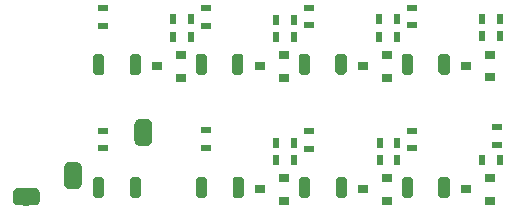
<source format=gbr>
%TF.GenerationSoftware,KiCad,Pcbnew,(5.1.10-1-10_14)*%
%TF.CreationDate,2022-01-16T00:04:22-08:00*%
%TF.ProjectId,FanExpander-kicad,46616e45-7870-4616-9e64-65722d6b6963,rev?*%
%TF.SameCoordinates,Original*%
%TF.FileFunction,Paste,Bot*%
%TF.FilePolarity,Positive*%
%FSLAX46Y46*%
G04 Gerber Fmt 4.6, Leading zero omitted, Abs format (unit mm)*
G04 Created by KiCad (PCBNEW (5.1.10-1-10_14)) date 2022-01-16 00:04:22*
%MOMM*%
%LPD*%
G01*
G04 APERTURE LIST*
%ADD10R,0.500000X1.500000*%
%ADD11C,0.100000*%
%ADD12R,1.500000X0.500000*%
%ADD13R,0.900000X0.500000*%
%ADD14R,0.500000X0.900000*%
%ADD15R,0.900000X0.800000*%
G04 APERTURE END LIST*
D10*
%TO.C,JP8*%
X48168800Y-63677800D03*
D11*
G36*
X48018800Y-64427800D02*
G01*
X47518800Y-64427800D01*
X47518800Y-64427198D01*
X47494266Y-64427198D01*
X47445435Y-64422388D01*
X47397310Y-64412816D01*
X47350355Y-64398572D01*
X47305022Y-64379795D01*
X47261749Y-64356664D01*
X47220950Y-64329404D01*
X47183021Y-64298276D01*
X47148324Y-64263579D01*
X47117196Y-64225650D01*
X47089936Y-64184851D01*
X47066805Y-64141578D01*
X47048028Y-64096245D01*
X47033784Y-64049290D01*
X47024212Y-64001165D01*
X47019402Y-63952334D01*
X47019402Y-63927800D01*
X47018800Y-63927800D01*
X47018800Y-63427800D01*
X47019402Y-63427800D01*
X47019402Y-63403266D01*
X47024212Y-63354435D01*
X47033784Y-63306310D01*
X47048028Y-63259355D01*
X47066805Y-63214022D01*
X47089936Y-63170749D01*
X47117196Y-63129950D01*
X47148324Y-63092021D01*
X47183021Y-63057324D01*
X47220950Y-63026196D01*
X47261749Y-62998936D01*
X47305022Y-62975805D01*
X47350355Y-62957028D01*
X47397310Y-62942784D01*
X47445435Y-62933212D01*
X47494266Y-62928402D01*
X47518800Y-62928402D01*
X47518800Y-62927800D01*
X48018800Y-62927800D01*
X48018800Y-64427800D01*
G37*
G36*
X48818800Y-62928402D02*
G01*
X48843334Y-62928402D01*
X48892165Y-62933212D01*
X48940290Y-62942784D01*
X48987245Y-62957028D01*
X49032578Y-62975805D01*
X49075851Y-62998936D01*
X49116650Y-63026196D01*
X49154579Y-63057324D01*
X49189276Y-63092021D01*
X49220404Y-63129950D01*
X49247664Y-63170749D01*
X49270795Y-63214022D01*
X49289572Y-63259355D01*
X49303816Y-63306310D01*
X49313388Y-63354435D01*
X49318198Y-63403266D01*
X49318198Y-63427800D01*
X49318800Y-63427800D01*
X49318800Y-63927800D01*
X49318198Y-63927800D01*
X49318198Y-63952334D01*
X49313388Y-64001165D01*
X49303816Y-64049290D01*
X49289572Y-64096245D01*
X49270795Y-64141578D01*
X49247664Y-64184851D01*
X49220404Y-64225650D01*
X49189276Y-64263579D01*
X49154579Y-64298276D01*
X49116650Y-64329404D01*
X49075851Y-64356664D01*
X49032578Y-64379795D01*
X48987245Y-64398572D01*
X48940290Y-64412816D01*
X48892165Y-64422388D01*
X48843334Y-64427198D01*
X48818800Y-64427198D01*
X48818800Y-64427800D01*
X48318800Y-64427800D01*
X48318800Y-62927800D01*
X48818800Y-62927800D01*
X48818800Y-62928402D01*
G37*
%TD*%
D12*
%TO.C,JP9*%
X58064400Y-58252600D03*
D11*
G36*
X57314400Y-58102600D02*
G01*
X57314400Y-57602600D01*
X57315002Y-57602600D01*
X57315002Y-57578066D01*
X57319812Y-57529235D01*
X57329384Y-57481110D01*
X57343628Y-57434155D01*
X57362405Y-57388822D01*
X57385536Y-57345549D01*
X57412796Y-57304750D01*
X57443924Y-57266821D01*
X57478621Y-57232124D01*
X57516550Y-57200996D01*
X57557349Y-57173736D01*
X57600622Y-57150605D01*
X57645955Y-57131828D01*
X57692910Y-57117584D01*
X57741035Y-57108012D01*
X57789866Y-57103202D01*
X57814400Y-57103202D01*
X57814400Y-57102600D01*
X58314400Y-57102600D01*
X58314400Y-57103202D01*
X58338934Y-57103202D01*
X58387765Y-57108012D01*
X58435890Y-57117584D01*
X58482845Y-57131828D01*
X58528178Y-57150605D01*
X58571451Y-57173736D01*
X58612250Y-57200996D01*
X58650179Y-57232124D01*
X58684876Y-57266821D01*
X58716004Y-57304750D01*
X58743264Y-57345549D01*
X58766395Y-57388822D01*
X58785172Y-57434155D01*
X58799416Y-57481110D01*
X58808988Y-57529235D01*
X58813798Y-57578066D01*
X58813798Y-57602600D01*
X58814400Y-57602600D01*
X58814400Y-58102600D01*
X57314400Y-58102600D01*
G37*
G36*
X58813798Y-58902600D02*
G01*
X58813798Y-58927134D01*
X58808988Y-58975965D01*
X58799416Y-59024090D01*
X58785172Y-59071045D01*
X58766395Y-59116378D01*
X58743264Y-59159651D01*
X58716004Y-59200450D01*
X58684876Y-59238379D01*
X58650179Y-59273076D01*
X58612250Y-59304204D01*
X58571451Y-59331464D01*
X58528178Y-59354595D01*
X58482845Y-59373372D01*
X58435890Y-59387616D01*
X58387765Y-59397188D01*
X58338934Y-59401998D01*
X58314400Y-59401998D01*
X58314400Y-59402600D01*
X57814400Y-59402600D01*
X57814400Y-59401998D01*
X57789866Y-59401998D01*
X57741035Y-59397188D01*
X57692910Y-59387616D01*
X57645955Y-59373372D01*
X57600622Y-59354595D01*
X57557349Y-59331464D01*
X57516550Y-59304204D01*
X57478621Y-59273076D01*
X57443924Y-59238379D01*
X57412796Y-59200450D01*
X57385536Y-59159651D01*
X57362405Y-59116378D01*
X57343628Y-59071045D01*
X57329384Y-59024090D01*
X57319812Y-58975965D01*
X57315002Y-58927134D01*
X57315002Y-58902600D01*
X57314400Y-58902600D01*
X57314400Y-58402600D01*
X58814400Y-58402600D01*
X58814400Y-58902600D01*
X58813798Y-58902600D01*
G37*
%TD*%
D12*
%TO.C,JP11*%
X52095400Y-61899800D03*
D11*
G36*
X51345400Y-61749800D02*
G01*
X51345400Y-61249800D01*
X51346002Y-61249800D01*
X51346002Y-61225266D01*
X51350812Y-61176435D01*
X51360384Y-61128310D01*
X51374628Y-61081355D01*
X51393405Y-61036022D01*
X51416536Y-60992749D01*
X51443796Y-60951950D01*
X51474924Y-60914021D01*
X51509621Y-60879324D01*
X51547550Y-60848196D01*
X51588349Y-60820936D01*
X51631622Y-60797805D01*
X51676955Y-60779028D01*
X51723910Y-60764784D01*
X51772035Y-60755212D01*
X51820866Y-60750402D01*
X51845400Y-60750402D01*
X51845400Y-60749800D01*
X52345400Y-60749800D01*
X52345400Y-60750402D01*
X52369934Y-60750402D01*
X52418765Y-60755212D01*
X52466890Y-60764784D01*
X52513845Y-60779028D01*
X52559178Y-60797805D01*
X52602451Y-60820936D01*
X52643250Y-60848196D01*
X52681179Y-60879324D01*
X52715876Y-60914021D01*
X52747004Y-60951950D01*
X52774264Y-60992749D01*
X52797395Y-61036022D01*
X52816172Y-61081355D01*
X52830416Y-61128310D01*
X52839988Y-61176435D01*
X52844798Y-61225266D01*
X52844798Y-61249800D01*
X52845400Y-61249800D01*
X52845400Y-61749800D01*
X51345400Y-61749800D01*
G37*
G36*
X52844798Y-62549800D02*
G01*
X52844798Y-62574334D01*
X52839988Y-62623165D01*
X52830416Y-62671290D01*
X52816172Y-62718245D01*
X52797395Y-62763578D01*
X52774264Y-62806851D01*
X52747004Y-62847650D01*
X52715876Y-62885579D01*
X52681179Y-62920276D01*
X52643250Y-62951404D01*
X52602451Y-62978664D01*
X52559178Y-63001795D01*
X52513845Y-63020572D01*
X52466890Y-63034816D01*
X52418765Y-63044388D01*
X52369934Y-63049198D01*
X52345400Y-63049198D01*
X52345400Y-63049800D01*
X51845400Y-63049800D01*
X51845400Y-63049198D01*
X51820866Y-63049198D01*
X51772035Y-63044388D01*
X51723910Y-63034816D01*
X51676955Y-63020572D01*
X51631622Y-63001795D01*
X51588349Y-62978664D01*
X51547550Y-62951404D01*
X51509621Y-62920276D01*
X51474924Y-62885579D01*
X51443796Y-62847650D01*
X51416536Y-62806851D01*
X51393405Y-62763578D01*
X51374628Y-62718245D01*
X51360384Y-62671290D01*
X51350812Y-62623165D01*
X51346002Y-62574334D01*
X51346002Y-62549800D01*
X51345400Y-62549800D01*
X51345400Y-62049800D01*
X52845400Y-62049800D01*
X52845400Y-62549800D01*
X52844798Y-62549800D01*
G37*
%TD*%
%TO.C,D8*%
G36*
G01*
X80890800Y-62230800D02*
X80890800Y-63600800D01*
G75*
G02*
X80700800Y-63790800I-190000J0D01*
G01*
X80130800Y-63790800D01*
G75*
G02*
X79940800Y-63600800I0J190000D01*
G01*
X79940800Y-62230800D01*
G75*
G02*
X80130800Y-62040800I190000J0D01*
G01*
X80700800Y-62040800D01*
G75*
G02*
X80890800Y-62230800I0J-190000D01*
G01*
G37*
G36*
G01*
X83990800Y-62230800D02*
X83990800Y-63600800D01*
G75*
G02*
X83800800Y-63790800I-190000J0D01*
G01*
X83230800Y-63790800D01*
G75*
G02*
X83040800Y-63600800I0J190000D01*
G01*
X83040800Y-62230800D01*
G75*
G02*
X83230800Y-62040800I190000J0D01*
G01*
X83800800Y-62040800D01*
G75*
G02*
X83990800Y-62230800I0J-190000D01*
G01*
G37*
%TD*%
%TO.C,D7*%
G36*
G01*
X72178600Y-51791400D02*
X72178600Y-53161400D01*
G75*
G02*
X71988600Y-53351400I-190000J0D01*
G01*
X71418600Y-53351400D01*
G75*
G02*
X71228600Y-53161400I0J190000D01*
G01*
X71228600Y-51791400D01*
G75*
G02*
X71418600Y-51601400I190000J0D01*
G01*
X71988600Y-51601400D01*
G75*
G02*
X72178600Y-51791400I0J-190000D01*
G01*
G37*
G36*
G01*
X75278600Y-51791400D02*
X75278600Y-53161400D01*
G75*
G02*
X75088600Y-53351400I-190000J0D01*
G01*
X74518600Y-53351400D01*
G75*
G02*
X74328600Y-53161400I0J190000D01*
G01*
X74328600Y-51791400D01*
G75*
G02*
X74518600Y-51601400I190000J0D01*
G01*
X75088600Y-51601400D01*
G75*
G02*
X75278600Y-51791400I0J-190000D01*
G01*
G37*
%TD*%
%TO.C,D6*%
G36*
G01*
X72204000Y-62230800D02*
X72204000Y-63600800D01*
G75*
G02*
X72014000Y-63790800I-190000J0D01*
G01*
X71444000Y-63790800D01*
G75*
G02*
X71254000Y-63600800I0J190000D01*
G01*
X71254000Y-62230800D01*
G75*
G02*
X71444000Y-62040800I190000J0D01*
G01*
X72014000Y-62040800D01*
G75*
G02*
X72204000Y-62230800I0J-190000D01*
G01*
G37*
G36*
G01*
X75304000Y-62230800D02*
X75304000Y-63600800D01*
G75*
G02*
X75114000Y-63790800I-190000J0D01*
G01*
X74544000Y-63790800D01*
G75*
G02*
X74354000Y-63600800I0J190000D01*
G01*
X74354000Y-62230800D01*
G75*
G02*
X74544000Y-62040800I190000J0D01*
G01*
X75114000Y-62040800D01*
G75*
G02*
X75304000Y-62230800I0J-190000D01*
G01*
G37*
%TD*%
%TO.C,D5*%
G36*
G01*
X63441600Y-51791400D02*
X63441600Y-53161400D01*
G75*
G02*
X63251600Y-53351400I-190000J0D01*
G01*
X62681600Y-53351400D01*
G75*
G02*
X62491600Y-53161400I0J190000D01*
G01*
X62491600Y-51791400D01*
G75*
G02*
X62681600Y-51601400I190000J0D01*
G01*
X63251600Y-51601400D01*
G75*
G02*
X63441600Y-51791400I0J-190000D01*
G01*
G37*
G36*
G01*
X66541600Y-51791400D02*
X66541600Y-53161400D01*
G75*
G02*
X66351600Y-53351400I-190000J0D01*
G01*
X65781600Y-53351400D01*
G75*
G02*
X65591600Y-53161400I0J190000D01*
G01*
X65591600Y-51791400D01*
G75*
G02*
X65781600Y-51601400I190000J0D01*
G01*
X66351600Y-51601400D01*
G75*
G02*
X66541600Y-51791400I0J-190000D01*
G01*
G37*
%TD*%
%TO.C,D4*%
G36*
G01*
X63466400Y-62230800D02*
X63466400Y-63600800D01*
G75*
G02*
X63276400Y-63790800I-190000J0D01*
G01*
X62706400Y-63790800D01*
G75*
G02*
X62516400Y-63600800I0J190000D01*
G01*
X62516400Y-62230800D01*
G75*
G02*
X62706400Y-62040800I190000J0D01*
G01*
X63276400Y-62040800D01*
G75*
G02*
X63466400Y-62230800I0J-190000D01*
G01*
G37*
G36*
G01*
X66566400Y-62230800D02*
X66566400Y-63600800D01*
G75*
G02*
X66376400Y-63790800I-190000J0D01*
G01*
X65806400Y-63790800D01*
G75*
G02*
X65616400Y-63600800I0J190000D01*
G01*
X65616400Y-62230800D01*
G75*
G02*
X65806400Y-62040800I190000J0D01*
G01*
X66376400Y-62040800D01*
G75*
G02*
X66566400Y-62230800I0J-190000D01*
G01*
G37*
%TD*%
%TO.C,D3*%
G36*
G01*
X54754200Y-62230800D02*
X54754200Y-63600800D01*
G75*
G02*
X54564200Y-63790800I-190000J0D01*
G01*
X53994200Y-63790800D01*
G75*
G02*
X53804200Y-63600800I0J190000D01*
G01*
X53804200Y-62230800D01*
G75*
G02*
X53994200Y-62040800I190000J0D01*
G01*
X54564200Y-62040800D01*
G75*
G02*
X54754200Y-62230800I0J-190000D01*
G01*
G37*
G36*
G01*
X57854200Y-62230800D02*
X57854200Y-63600800D01*
G75*
G02*
X57664200Y-63790800I-190000J0D01*
G01*
X57094200Y-63790800D01*
G75*
G02*
X56904200Y-63600800I0J190000D01*
G01*
X56904200Y-62230800D01*
G75*
G02*
X57094200Y-62040800I190000J0D01*
G01*
X57664200Y-62040800D01*
G75*
G02*
X57854200Y-62230800I0J-190000D01*
G01*
G37*
%TD*%
%TO.C,D2*%
G36*
G01*
X80903500Y-51791400D02*
X80903500Y-53161400D01*
G75*
G02*
X80713500Y-53351400I-190000J0D01*
G01*
X80143500Y-53351400D01*
G75*
G02*
X79953500Y-53161400I0J190000D01*
G01*
X79953500Y-51791400D01*
G75*
G02*
X80143500Y-51601400I190000J0D01*
G01*
X80713500Y-51601400D01*
G75*
G02*
X80903500Y-51791400I0J-190000D01*
G01*
G37*
G36*
G01*
X84003500Y-51791400D02*
X84003500Y-53161400D01*
G75*
G02*
X83813500Y-53351400I-190000J0D01*
G01*
X83243500Y-53351400D01*
G75*
G02*
X83053500Y-53161400I0J190000D01*
G01*
X83053500Y-51791400D01*
G75*
G02*
X83243500Y-51601400I190000J0D01*
G01*
X83813500Y-51601400D01*
G75*
G02*
X84003500Y-51791400I0J-190000D01*
G01*
G37*
%TD*%
%TO.C,D1*%
G36*
G01*
X54754200Y-51842200D02*
X54754200Y-53212200D01*
G75*
G02*
X54564200Y-53402200I-190000J0D01*
G01*
X53994200Y-53402200D01*
G75*
G02*
X53804200Y-53212200I0J190000D01*
G01*
X53804200Y-51842200D01*
G75*
G02*
X53994200Y-51652200I190000J0D01*
G01*
X54564200Y-51652200D01*
G75*
G02*
X54754200Y-51842200I0J-190000D01*
G01*
G37*
G36*
G01*
X57854200Y-51842200D02*
X57854200Y-53212200D01*
G75*
G02*
X57664200Y-53402200I-190000J0D01*
G01*
X57094200Y-53402200D01*
G75*
G02*
X56904200Y-53212200I0J190000D01*
G01*
X56904200Y-51842200D01*
G75*
G02*
X57094200Y-51652200I190000J0D01*
G01*
X57664200Y-51652200D01*
G75*
G02*
X57854200Y-51842200I0J-190000D01*
G01*
G37*
%TD*%
D13*
%TO.C,R22*%
X54660800Y-58101800D03*
X54660800Y-59601800D03*
%TD*%
D14*
%TO.C,R19*%
X78015400Y-50139600D03*
X79515400Y-50139600D03*
%TD*%
D13*
%TO.C,R17*%
X88036400Y-57797000D03*
X88036400Y-59297000D03*
%TD*%
D14*
%TO.C,R16*%
X78028800Y-48666400D03*
X79528800Y-48666400D03*
%TD*%
D13*
%TO.C,R14*%
X80822800Y-59601800D03*
X80822800Y-58101800D03*
%TD*%
%TO.C,R13*%
X72085200Y-49187800D03*
X72085200Y-47687800D03*
%TD*%
D14*
%TO.C,R12*%
X78066200Y-60579000D03*
X79566200Y-60579000D03*
%TD*%
%TO.C,R11*%
X69303200Y-50165000D03*
X70803200Y-50165000D03*
%TD*%
%TO.C,R10*%
X70828600Y-60579000D03*
X69328600Y-60579000D03*
%TD*%
%TO.C,R9*%
X62116400Y-50139600D03*
X60616400Y-50139600D03*
%TD*%
%TO.C,R8*%
X78066200Y-59131200D03*
X79566200Y-59131200D03*
%TD*%
%TO.C,R7*%
X69303200Y-48691800D03*
X70803200Y-48691800D03*
%TD*%
%TO.C,R6*%
X69328600Y-59105800D03*
X70828600Y-59105800D03*
%TD*%
%TO.C,R5*%
X60616400Y-48666400D03*
X62116400Y-48666400D03*
%TD*%
D13*
%TO.C,R4*%
X72085200Y-59627200D03*
X72085200Y-58127200D03*
%TD*%
%TO.C,R3*%
X63373000Y-49213200D03*
X63373000Y-47713200D03*
%TD*%
%TO.C,R2*%
X63373000Y-59576400D03*
X63373000Y-58076400D03*
%TD*%
%TO.C,R1*%
X54686200Y-49199800D03*
X54686200Y-47699800D03*
%TD*%
D14*
%TO.C,R21*%
X88278400Y-50114200D03*
X86778400Y-50114200D03*
%TD*%
%TO.C,R20*%
X88253000Y-60553600D03*
X86753000Y-60553600D03*
%TD*%
%TO.C,R18*%
X86778400Y-48653000D03*
X88278400Y-48653000D03*
%TD*%
D13*
%TO.C,R15*%
X80797400Y-49187800D03*
X80797400Y-47687800D03*
%TD*%
D15*
%TO.C,Q7*%
X87398100Y-51678800D03*
X87398100Y-53578800D03*
X85398100Y-52628800D03*
%TD*%
%TO.C,Q1*%
X61248800Y-51704200D03*
X61248800Y-53604200D03*
X59248800Y-52654200D03*
%TD*%
%TO.C,Q6*%
X87398100Y-62130900D03*
X87398100Y-64030900D03*
X85398100Y-63080900D03*
%TD*%
%TO.C,Q5*%
X78673200Y-51704200D03*
X78673200Y-53604200D03*
X76673200Y-52654200D03*
%TD*%
%TO.C,Q4*%
X78698600Y-62130900D03*
X78698600Y-64030900D03*
X76698600Y-63080900D03*
%TD*%
%TO.C,Q3*%
X69948300Y-51704200D03*
X69948300Y-53604200D03*
X67948300Y-52654200D03*
%TD*%
%TO.C,Q2*%
X69948300Y-62130900D03*
X69948300Y-64030900D03*
X67948300Y-63080900D03*
%TD*%
M02*

</source>
